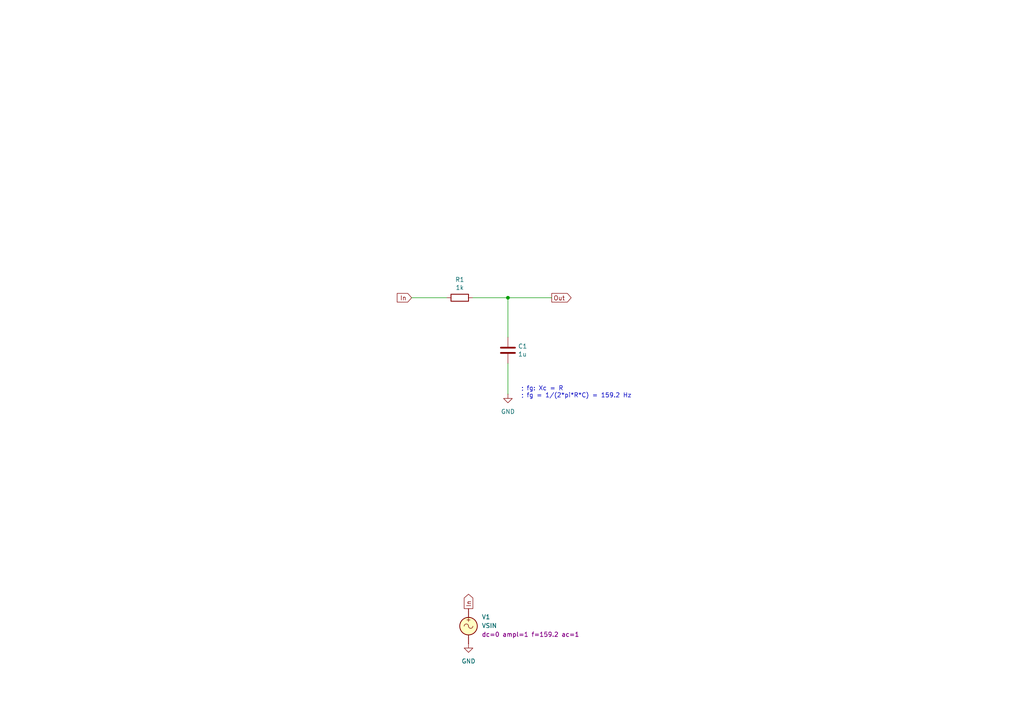
<source format=kicad_sch>
(kicad_sch (version 20231120) (generator "eeschema") (generator_version "8.0")
  (paper "A4")
  (title_block (title "RC Voltage Current") (date "2024-12-15") (company "GitHub/OJStuff"))
  (lib_symbols
    (symbol "Device:C" (pin_numbers hide) (pin_names (offset 0.254))
      (property "Reference" "C" (at 0.635 2.54 0))
      (property "Value" "C" (at 0.635 -2.54 0))
      (symbol "C_0_1"
        (polyline (pts (xy -2.032 -0.762) (xy 2.032 -0.762)) (stroke (width 0.508)))
        (polyline (pts (xy -2.032 0.762) (xy 2.032 0.762)) (stroke (width 0.508)))
      )
      (symbol "C_1_1"
        (pin passive line (at 0 3.81 270) (length 2.794) (name "~") (number "1"))
        (pin passive line (at 0 -3.81 90) (length 2.794) (name "~") (number "2"))
      )
    )
    (symbol "Device:R" (pin_numbers hide) (pin_names (offset 0))
      (property "Reference" "R" (at 2.032 0 90))
      (property "Value" "R" (at 0 0 90))
      (symbol "R_0_1"
        (rectangle (start -1.016 -2.54) (end 1.016 2.54) (stroke (width 0.254)))
      )
      (symbol "R_1_1"
        (pin passive line (at 0 3.81 270) (length 1.27) (name "~") (number "1"))
        (pin passive line (at 0 -3.81 90) (length 1.27) (name "~") (number "2"))
      )
    )
    (symbol "VSIN_1" (pin_numbers hide) (pin_names (offset 0.0254))
      (property "Reference" "V" (at 2.54 2.54 0))
      (property "Value" "VSIN" (at 2.54 0 0))
      (property "Sim.Params" "dc=0 ampl=1 f=1k ac=1" (at 2.54 -2.54 0))
      (symbol "VSIN_1_0_0"
        (arc (start 0 0) (mid -0.635 0.6323) (end -1.27 0))
        (arc (start 0 0) (mid 0.635 -0.6323) (end 1.27 0))
        (text "+" (at 0 1.905 0) (effects (font (size 1.27 1.27))))
      )
      (symbol "VSIN_1_0_1"
        (circle (center 0 0) (radius 2.54) (stroke (width 0.254)) (fill (type background)))
      )
      (symbol "VSIN_1_1_1"
        (pin passive line (at 0 5.08 270) (length 2.54) (name "~") (number "1"))
        (pin passive line (at 0 -5.08 90) (length 2.54) (name "~") (number "2"))
      )
    )
    (symbol "power:GND" (power) (pin_numbers hide) (pin_names (offset 0) hide)
      (property "Value" "GND" (at 0 -3.81 0))
      (symbol "GND_0_1"
        (polyline (pts (xy 0 0) (xy 0 -1.27) (xy 1.27 -1.27) (xy 0 -2.54) (xy -1.27 -1.27) (xy 0 -1.27)))
      )
      (symbol "GND_1_1"
        (pin power_in line (at 0 0 270) (length 0) (name "~") (number "1"))
      )
    )
  )
  (junction (at 147.32 86.36))
  (wire (pts (xy 147.32 105.41) (xy 147.32 114.3)))
  (wire (pts (xy 147.32 86.36) (xy 160.02 86.36)))
  (wire (pts (xy 119.38 86.36) (xy 129.54 86.36)))
  (wire (pts (xy 147.32 86.36) (xy 147.32 97.79)))
  (wire (pts (xy 137.16 86.36) (xy 147.32 86.36)))
  (text "; fg: Xc = R\n; fg = 1/(2*pi*R*C) = 159.2 Hz" (at 151.13 115.57 0) (effects (font (size 1.27 1.27)) (justify left bottom)))
  (global_label "In" (shape output) (at 135.89 176.53 90) (property "Intersheetrefs" "${INTERSHEET_REFS}" (effects (hide yes))))
  (global_label "In" (shape input) (at 119.38 86.36 180) (property "Intersheetrefs" "${INTERSHEET_REFS}" (effects (hide yes))))
  (global_label "Out" (shape output) (at 160.02 86.36 0) (property "Intersheetrefs" "${INTERSHEET_REFS}" (effects (hide yes))))
  (symbol (lib_id "power:GND") (at 135.89 186.69 0) (unit 1)
    (property "Reference" "#PWR01" (effects (hide yes)))
    (property "Value" "GND" (at 135.89 191.77 0))
    (property "Description" "Power symbol creates a global label with name \"GND\" , ground" (effects (hide yes)))
  )
  (symbol (lib_name "VSIN_1") (lib_id "Simulation_SPICE:VSIN") (at 135.89 181.61 0) (unit 1)
    (property "Reference" "V1" (at 139.7 178.9401 0) (effects (justify left)))
    (property "Value" "VSIN" (at 139.7 181.4801 0) (effects (justify left)))
    (property "Datasheet" "https://ngspice.sourceforge.io/docs/ngspice-html-manual/manual.xhtml#sec_Independent_Sources_for" (effects (hide yes)))
    (property "Description" "Voltage source, sinusoidal" (effects (hide yes)))
    (property "Sim.Pins" "1=+ 2=-" (effects (hide yes)))
    (property "Sim.Params" "dc=0 ampl=1 f=159.2 ac=1" (at 139.7 184.0201 0) (effects (justify left)))
    (property "Sim.Type" "SIN" (effects (hide yes)))
    (property "Sim.Device" "V" (effects (hide yes)))
  )
  (symbol (lib_id "power:GND") (at 147.32 114.3 0) (unit 1)
    (property "Reference" "#PWR02" (effects (hide yes)))
    (property "Value" "GND" (at 147.32 119.38 0))
    (property "Description" "Power symbol creates a global label with name \"GND\" , ground" (effects (hide yes)))
  )
  (symbol (lib_id "Device:R") (at 133.35 86.36 270) (unit 1)
    (property "Reference" "R1" (at 133.35 81.1022 90))
    (property "Value" "1k" (at 133.35 83.4136 90))
  )
  (symbol (lib_id "Device:C") (at 147.32 101.6 0) (unit 1)
    (property "Reference" "C1" (at 150.241 100.4316 0) (effects (justify left)))
    (property "Value" "1u" (at 150.241 102.743 0) (effects (justify left)))
  )
)
</source>
